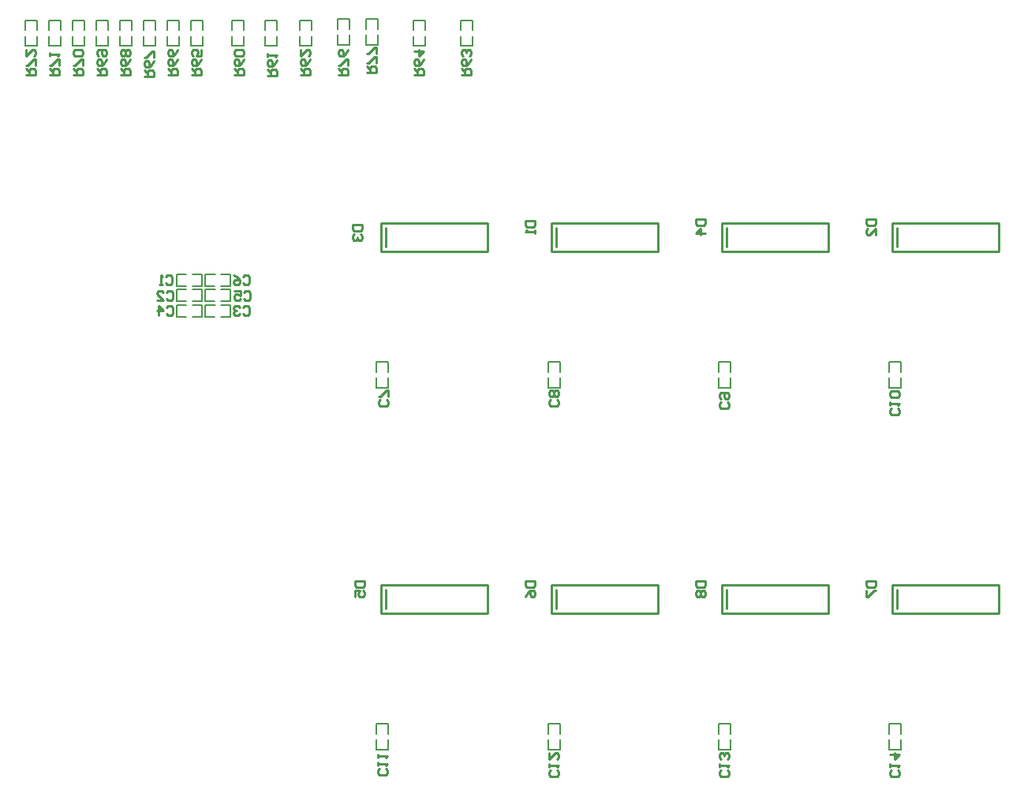
<source format=gbo>
G04*
G04 #@! TF.GenerationSoftware,Altium Limited,Altium Designer,22.3.1 (43)*
G04*
G04 Layer_Color=32896*
%FSLAX25Y25*%
%MOIN*%
G70*
G04*
G04 #@! TF.SameCoordinates,DE08D283-0CB9-458E-8042-9F6044BD937B*
G04*
G04*
G04 #@! TF.FilePolarity,Positive*
G04*
G01*
G75*
%ADD12C,0.01000*%
%ADD13C,0.00500*%
D12*
X263000Y257000D02*
X269000D01*
X224000D02*
X263000D01*
X226000Y247000D02*
Y255000D01*
X269000Y245000D02*
Y257000D01*
X224000Y245000D02*
X269000D01*
X224000Y250000D02*
Y256000D01*
Y245000D02*
Y250000D01*
Y256000D02*
Y257000D01*
X296000Y256000D02*
Y257000D01*
Y245000D02*
Y250000D01*
Y256000D01*
Y245000D02*
X341000D01*
Y257000D01*
X298000Y247000D02*
Y255000D01*
X296000Y257000D02*
X335000D01*
X341000D01*
X479000D02*
X485000D01*
X440000D02*
X479000D01*
X442000Y247000D02*
Y255000D01*
X485000Y245000D02*
Y257000D01*
X440000Y245000D02*
X485000D01*
X440000Y250000D02*
Y256000D01*
Y245000D02*
Y250000D01*
Y256000D02*
Y257000D01*
X368000Y256000D02*
Y257000D01*
Y245000D02*
Y250000D01*
Y256000D01*
Y245000D02*
X413000D01*
Y257000D01*
X370000Y247000D02*
Y255000D01*
X368000Y257000D02*
X407000D01*
X413000D01*
X263000Y104000D02*
X269000D01*
X224000D02*
X263000D01*
X226000Y94000D02*
Y102000D01*
X269000Y92000D02*
Y104000D01*
X224000Y92000D02*
X269000D01*
X224000Y97000D02*
Y103000D01*
Y92000D02*
Y97000D01*
Y103000D02*
Y104000D01*
X296000Y103000D02*
Y104000D01*
Y92000D02*
Y97000D01*
Y103000D01*
Y92000D02*
X341000D01*
Y104000D01*
X298000Y94000D02*
Y102000D01*
X296000Y104000D02*
X335000D01*
X341000D01*
X479000D02*
X485000D01*
X440000D02*
X479000D01*
X442000Y94000D02*
Y102000D01*
X485000Y92000D02*
Y104000D01*
X440000Y92000D02*
X485000D01*
X440000Y97000D02*
Y103000D01*
Y92000D02*
Y97000D01*
Y103000D02*
Y104000D01*
X368000Y103000D02*
Y104000D01*
Y92000D02*
Y97000D01*
Y103000D01*
Y92000D02*
X413000D01*
Y104000D01*
X370000Y94000D02*
Y102000D01*
X368000Y104000D02*
X407000D01*
X413000D01*
X218001Y320668D02*
X221999D01*
Y322668D01*
X221333Y323334D01*
X220000D01*
X219334Y322668D01*
Y320668D01*
Y322001D02*
X218001Y323334D01*
X221999Y324667D02*
Y327333D01*
X221333D01*
X218667Y324667D01*
X218001D01*
X221999Y328666D02*
Y331332D01*
X221333D01*
X218667Y328666D01*
X218001D01*
X206001Y319668D02*
X209999D01*
Y321668D01*
X209333Y322334D01*
X208000D01*
X207334Y321668D01*
Y319668D01*
Y321001D02*
X206001Y322334D01*
X209999Y323667D02*
Y326333D01*
X209333D01*
X206667Y323667D01*
X206001D01*
X209999Y330332D02*
X209333Y328999D01*
X208000Y327666D01*
X206667D01*
X206001Y328332D01*
Y329665D01*
X206667Y330332D01*
X207334D01*
X208000Y329665D01*
Y327666D01*
X190001Y319668D02*
X193999D01*
Y321668D01*
X193333Y322334D01*
X192000D01*
X191333Y321668D01*
Y319668D01*
Y321001D02*
X190001Y322334D01*
X193999Y326333D02*
X193333Y325000D01*
X192000Y323667D01*
X190667D01*
X190001Y324334D01*
Y325666D01*
X190667Y326333D01*
X191333D01*
X192000Y325666D01*
Y323667D01*
X190001Y330332D02*
Y327666D01*
X192666Y330332D01*
X193333D01*
X193999Y329665D01*
Y328332D01*
X193333Y327666D01*
X176001Y319335D02*
X179999D01*
Y321334D01*
X179333Y322001D01*
X178000D01*
X177333Y321334D01*
Y319335D01*
Y320668D02*
X176001Y322001D01*
X179999Y325999D02*
X179333Y324666D01*
X178000Y323334D01*
X176667D01*
X176001Y324000D01*
Y325333D01*
X176667Y325999D01*
X177333D01*
X178000Y325333D01*
Y323334D01*
X176001Y327332D02*
Y328665D01*
Y327999D01*
X179999D01*
X179333Y327332D01*
X162001Y319668D02*
X165999D01*
Y321668D01*
X165333Y322334D01*
X164000D01*
X163333Y321668D01*
Y319668D01*
Y321001D02*
X162001Y322334D01*
X165999Y326333D02*
X165333Y325000D01*
X164000Y323667D01*
X162667D01*
X162001Y324334D01*
Y325666D01*
X162667Y326333D01*
X163333D01*
X164000Y325666D01*
Y323667D01*
X165333Y327666D02*
X165999Y328332D01*
Y329665D01*
X165333Y330332D01*
X162667D01*
X162001Y329665D01*
Y328332D01*
X162667Y327666D01*
X165333D01*
X258001Y319668D02*
X261999D01*
Y321668D01*
X261333Y322334D01*
X260000D01*
X259333Y321668D01*
Y319668D01*
Y321001D02*
X258001Y322334D01*
X261999Y326333D02*
X261333Y325000D01*
X260000Y323667D01*
X258667D01*
X258001Y324334D01*
Y325666D01*
X258667Y326333D01*
X259333D01*
X260000Y325666D01*
Y323667D01*
X261333Y327666D02*
X261999Y328332D01*
Y329665D01*
X261333Y330332D01*
X260666D01*
X260000Y329665D01*
Y328999D01*
Y329665D01*
X259333Y330332D01*
X258667D01*
X258001Y329665D01*
Y328332D01*
X258667Y327666D01*
X74001Y319668D02*
X77999D01*
Y321668D01*
X77333Y322334D01*
X76000D01*
X75333Y321668D01*
Y319668D01*
Y321001D02*
X74001Y322334D01*
X77999Y323667D02*
Y326333D01*
X77333D01*
X74667Y323667D01*
X74001D01*
Y330332D02*
Y327666D01*
X76666Y330332D01*
X77333D01*
X77999Y329665D01*
Y328332D01*
X77333Y327666D01*
X84001Y319835D02*
X87999D01*
Y321834D01*
X87333Y322501D01*
X86000D01*
X85334Y321834D01*
Y319835D01*
Y321168D02*
X84001Y322501D01*
X87999Y323834D02*
Y326499D01*
X87333D01*
X84667Y323834D01*
X84001D01*
Y327832D02*
Y329165D01*
Y328499D01*
X87999D01*
X87333Y327832D01*
X94001Y319668D02*
X97999D01*
Y321668D01*
X97333Y322334D01*
X96000D01*
X95333Y321668D01*
Y319668D01*
Y321001D02*
X94001Y322334D01*
X97999Y323667D02*
Y326333D01*
X97333D01*
X94667Y323667D01*
X94001D01*
X97333Y327666D02*
X97999Y328332D01*
Y329665D01*
X97333Y330332D01*
X94667D01*
X94001Y329665D01*
Y328332D01*
X94667Y327666D01*
X97333D01*
X104001Y319668D02*
X107999D01*
Y321668D01*
X107333Y322334D01*
X106000D01*
X105333Y321668D01*
Y319668D01*
Y321001D02*
X104001Y322334D01*
X107999Y326333D02*
X107333Y325000D01*
X106000Y323667D01*
X104667D01*
X104001Y324334D01*
Y325666D01*
X104667Y326333D01*
X105333D01*
X106000Y325666D01*
Y323667D01*
X104667Y327666D02*
X104001Y328332D01*
Y329665D01*
X104667Y330332D01*
X107333D01*
X107999Y329665D01*
Y328332D01*
X107333Y327666D01*
X106667D01*
X106000Y328332D01*
Y330332D01*
X114001Y319668D02*
X117999D01*
Y321668D01*
X117333Y322334D01*
X116000D01*
X115333Y321668D01*
Y319668D01*
Y321001D02*
X114001Y322334D01*
X117999Y326333D02*
X117333Y325000D01*
X116000Y323667D01*
X114667D01*
X114001Y324334D01*
Y325666D01*
X114667Y326333D01*
X115333D01*
X116000Y325666D01*
Y323667D01*
X117333Y327666D02*
X117999Y328332D01*
Y329665D01*
X117333Y330332D01*
X116666D01*
X116000Y329665D01*
X115333Y330332D01*
X114667D01*
X114001Y329665D01*
Y328332D01*
X114667Y327666D01*
X115333D01*
X116000Y328332D01*
X116666Y327666D01*
X117333D01*
X116000Y328332D02*
Y329665D01*
X124001Y319168D02*
X127999D01*
Y321168D01*
X127333Y321834D01*
X126000D01*
X125333Y321168D01*
Y319168D01*
Y320501D02*
X124001Y321834D01*
X127999Y325833D02*
X127333Y324500D01*
X126000Y323167D01*
X124667D01*
X124001Y323834D01*
Y325166D01*
X124667Y325833D01*
X125333D01*
X126000Y325166D01*
Y323167D01*
X127999Y327166D02*
Y329832D01*
X127333D01*
X124667Y327166D01*
X124001D01*
X134001Y319668D02*
X137999D01*
Y321668D01*
X137333Y322334D01*
X136000D01*
X135334Y321668D01*
Y319668D01*
Y321001D02*
X134001Y322334D01*
X137999Y326333D02*
X137333Y325000D01*
X136000Y323667D01*
X134667D01*
X134001Y324334D01*
Y325666D01*
X134667Y326333D01*
X135334D01*
X136000Y325666D01*
Y323667D01*
X137999Y330332D02*
X137333Y328999D01*
X136000Y327666D01*
X134667D01*
X134001Y328332D01*
Y329665D01*
X134667Y330332D01*
X135334D01*
X136000Y329665D01*
Y327666D01*
X144001Y319668D02*
X147999D01*
Y321668D01*
X147333Y322334D01*
X146000D01*
X145334Y321668D01*
Y319668D01*
Y321001D02*
X144001Y322334D01*
X147999Y326333D02*
X147333Y325000D01*
X146000Y323667D01*
X144667D01*
X144001Y324334D01*
Y325666D01*
X144667Y326333D01*
X145334D01*
X146000Y325666D01*
Y323667D01*
X147999Y330332D02*
Y327666D01*
X146000D01*
X146667Y328999D01*
Y329665D01*
X146000Y330332D01*
X144667D01*
X144001Y329665D01*
Y328332D01*
X144667Y327666D01*
X442333Y25667D02*
X442999Y25001D01*
Y23668D01*
X442333Y23002D01*
X439667D01*
X439001Y23668D01*
Y25001D01*
X439667Y25667D01*
X439001Y27000D02*
Y28333D01*
Y27667D01*
X442999D01*
X442333Y27000D01*
X439001Y32332D02*
X442999D01*
X441000Y30333D01*
Y32998D01*
X370333Y25667D02*
X370999Y25001D01*
Y23668D01*
X370333Y23002D01*
X367667D01*
X367001Y23668D01*
Y25001D01*
X367667Y25667D01*
X367001Y27000D02*
Y28333D01*
Y27667D01*
X370999D01*
X370333Y27000D01*
Y30333D02*
X370999Y30999D01*
Y32332D01*
X370333Y32998D01*
X369666D01*
X369000Y32332D01*
Y31666D01*
Y32332D01*
X368334Y32998D01*
X367667D01*
X367001Y32332D01*
Y30999D01*
X367667Y30333D01*
X298333Y25667D02*
X298999Y25001D01*
Y23668D01*
X298333Y23002D01*
X295667D01*
X295001Y23668D01*
Y25001D01*
X295667Y25667D01*
X295001Y27000D02*
Y28333D01*
Y27667D01*
X298999D01*
X298333Y27000D01*
X295001Y32998D02*
Y30333D01*
X297666Y32998D01*
X298333D01*
X298999Y32332D01*
Y30999D01*
X298333Y30333D01*
X225833Y26509D02*
X226499Y25843D01*
Y24510D01*
X225833Y23843D01*
X223167D01*
X222501Y24510D01*
Y25843D01*
X223167Y26509D01*
X222501Y27842D02*
Y29175D01*
Y28508D01*
X226499D01*
X225833Y27842D01*
X222501Y31174D02*
Y32507D01*
Y31841D01*
X226499D01*
X225833Y31174D01*
X442333Y178667D02*
X442999Y178001D01*
Y176668D01*
X442333Y176002D01*
X439667D01*
X439001Y176668D01*
Y178001D01*
X439667Y178667D01*
X439001Y180000D02*
Y181333D01*
Y180667D01*
X442999D01*
X442333Y180000D01*
Y183333D02*
X442999Y183999D01*
Y185332D01*
X442333Y185998D01*
X439667D01*
X439001Y185332D01*
Y183999D01*
X439667Y183333D01*
X442333D01*
X370333Y181483D02*
X370999Y180817D01*
Y179484D01*
X370333Y178817D01*
X367667D01*
X367001Y179484D01*
Y180817D01*
X367667Y181483D01*
Y182816D02*
X367001Y183483D01*
Y184815D01*
X367667Y185482D01*
X370333D01*
X370999Y184815D01*
Y183483D01*
X370333Y182816D01*
X369666D01*
X369000Y183483D01*
Y185482D01*
X298333Y182334D02*
X298999Y181667D01*
Y180334D01*
X298333Y179668D01*
X295667D01*
X295001Y180334D01*
Y181667D01*
X295667Y182334D01*
X298333Y183667D02*
X298999Y184333D01*
Y185666D01*
X298333Y186332D01*
X297666D01*
X297000Y185666D01*
X296334Y186332D01*
X295667D01*
X295001Y185666D01*
Y184333D01*
X295667Y183667D01*
X296334D01*
X297000Y184333D01*
X297666Y183667D01*
X298333D01*
X297000Y184333D02*
Y185666D01*
X226333Y182334D02*
X226999Y181667D01*
Y180334D01*
X226333Y179668D01*
X223667D01*
X223001Y180334D01*
Y181667D01*
X223667Y182334D01*
X226999Y183667D02*
Y186332D01*
X226333D01*
X223667Y183667D01*
X223001D01*
X165666Y234333D02*
X166333Y234999D01*
X167666D01*
X168332Y234333D01*
Y231667D01*
X167666Y231001D01*
X166333D01*
X165666Y231667D01*
X161668Y234999D02*
X163001Y234333D01*
X164333Y233000D01*
Y231667D01*
X163667Y231001D01*
X162334D01*
X161668Y231667D01*
Y232334D01*
X162334Y233000D01*
X164333D01*
X165816Y227833D02*
X166482Y228499D01*
X167815D01*
X168482Y227833D01*
Y225167D01*
X167815Y224501D01*
X166482D01*
X165816Y225167D01*
X161817Y228499D02*
X164483D01*
Y226500D01*
X163150Y227166D01*
X162484D01*
X161817Y226500D01*
Y225167D01*
X162484Y224501D01*
X163817D01*
X164483Y225167D01*
X133167Y221333D02*
X133833Y221999D01*
X135166D01*
X135832Y221333D01*
Y218667D01*
X135166Y218001D01*
X133833D01*
X133167Y218667D01*
X129834Y218001D02*
Y221999D01*
X131834Y220000D01*
X129168D01*
X165666Y221333D02*
X166333Y221999D01*
X167666D01*
X168332Y221333D01*
Y218667D01*
X167666Y218001D01*
X166333D01*
X165666Y218667D01*
X164333Y221333D02*
X163667Y221999D01*
X162334D01*
X161668Y221333D01*
Y220666D01*
X162334Y220000D01*
X163001D01*
X162334D01*
X161668Y219334D01*
Y218667D01*
X162334Y218001D01*
X163667D01*
X164333Y218667D01*
X133167Y227833D02*
X133833Y228499D01*
X135166D01*
X135832Y227833D01*
Y225167D01*
X135166Y224501D01*
X133833D01*
X133167Y225167D01*
X129168Y224501D02*
X131834D01*
X129168Y227166D01*
Y227833D01*
X129834Y228499D01*
X131167D01*
X131834Y227833D01*
X133000Y234333D02*
X133667Y234999D01*
X134999D01*
X135666Y234333D01*
Y231667D01*
X134999Y231001D01*
X133667D01*
X133000Y231667D01*
X131667Y231001D02*
X130334D01*
X131001D01*
Y234999D01*
X131667Y234333D01*
X238001Y319668D02*
X241999D01*
Y321668D01*
X241333Y322334D01*
X240000D01*
X239334Y321668D01*
Y319668D01*
Y321001D02*
X238001Y322334D01*
X241999Y326333D02*
X241333Y325000D01*
X240000Y323667D01*
X238667D01*
X238001Y324334D01*
Y325666D01*
X238667Y326333D01*
X239334D01*
X240000Y325666D01*
Y323667D01*
X238001Y329665D02*
X241999D01*
X240000Y327666D01*
Y330332D01*
X356952Y105884D02*
X360950D01*
Y103884D01*
X360284Y103218D01*
X357618D01*
X356952Y103884D01*
Y105884D01*
X357618Y101885D02*
X356952Y101219D01*
Y99886D01*
X357618Y99219D01*
X358284D01*
X358951Y99886D01*
X359617Y99219D01*
X360284D01*
X360950Y99886D01*
Y101219D01*
X360284Y101885D01*
X359617D01*
X358951Y101219D01*
X358284Y101885D01*
X357618D01*
X358951Y101219D02*
Y99886D01*
X428952Y105884D02*
X432950D01*
Y103884D01*
X432284Y103218D01*
X429618D01*
X428952Y103884D01*
Y105884D01*
Y101885D02*
Y99219D01*
X429618D01*
X432284Y101885D01*
X432950D01*
X284952Y105884D02*
X288950D01*
Y103884D01*
X288284Y103218D01*
X285618D01*
X284952Y103884D01*
Y105884D01*
Y99219D02*
X285618Y100552D01*
X286951Y101885D01*
X288284D01*
X288950Y101219D01*
Y99886D01*
X288284Y99219D01*
X287617D01*
X286951Y99886D01*
Y101885D01*
X212952Y105884D02*
X216950D01*
Y103884D01*
X216284Y103218D01*
X213618D01*
X212952Y103884D01*
Y105884D01*
Y99219D02*
Y101885D01*
X214951D01*
X214284Y100552D01*
Y99886D01*
X214951Y99219D01*
X216284D01*
X216950Y99886D01*
Y101219D01*
X216284Y101885D01*
X356952Y258884D02*
X360950D01*
Y256885D01*
X360284Y256218D01*
X357618D01*
X356952Y256885D01*
Y258884D01*
X360950Y252886D02*
X356952D01*
X358951Y254885D01*
Y252219D01*
X428952Y258884D02*
X432950D01*
Y256885D01*
X432284Y256218D01*
X429618D01*
X428952Y256885D01*
Y258884D01*
X432950Y252219D02*
Y254885D01*
X430285Y252219D01*
X429618D01*
X428952Y252886D01*
Y254219D01*
X429618Y254885D01*
X284952Y258217D02*
X288950D01*
Y256218D01*
X288284Y255552D01*
X285618D01*
X284952Y256218D01*
Y258217D01*
X288950Y254219D02*
Y252886D01*
Y253552D01*
X284952D01*
X285618Y254219D01*
X212001Y256332D02*
X215999D01*
Y254333D01*
X215333Y253666D01*
X212667D01*
X212001Y254333D01*
Y256332D01*
X212667Y252333D02*
X212001Y251667D01*
Y250334D01*
X212667Y249668D01*
X213334D01*
X214000Y250334D01*
Y251001D01*
Y250334D01*
X214666Y249668D01*
X215333D01*
X215999Y250334D01*
Y251667D01*
X215333Y252333D01*
D13*
X262500Y338800D02*
Y342900D01*
X257500D02*
X262500D01*
X257500Y338800D02*
Y342900D01*
Y332100D02*
Y336300D01*
Y332100D02*
X262500D01*
Y336200D01*
X242500Y338800D02*
Y342900D01*
X237500D02*
X242500D01*
X237500Y338800D02*
Y342900D01*
Y332100D02*
Y336300D01*
Y332100D02*
X242500D01*
Y336200D01*
X210500Y332600D02*
Y336700D01*
X205500Y332600D02*
X210500D01*
X205500D02*
Y336800D01*
Y339300D02*
Y343400D01*
X210500D01*
Y339300D02*
Y343400D01*
X222500Y332600D02*
Y336700D01*
X217500Y332600D02*
X222500D01*
X217500D02*
Y336800D01*
Y339300D02*
Y343400D01*
X222500D01*
Y339300D02*
Y343400D01*
X166000Y332100D02*
Y336200D01*
X161000Y332100D02*
X166000D01*
X161000D02*
Y336300D01*
Y338800D02*
Y342900D01*
X166000D01*
Y338800D02*
Y342900D01*
X180000Y332100D02*
Y336200D01*
X175000Y332100D02*
X180000D01*
X175000D02*
Y336300D01*
Y338800D02*
Y342900D01*
X180000D01*
Y338800D02*
Y342900D01*
X194500Y332100D02*
Y336200D01*
X189500Y332100D02*
X194500D01*
X189500D02*
Y336300D01*
Y338800D02*
Y342900D01*
X194500D01*
Y338800D02*
Y342900D01*
X137600Y222500D02*
X141700D01*
X137600Y217500D02*
Y222500D01*
Y217500D02*
X141700D01*
X144200D02*
X148400D01*
Y222500D01*
X144300D02*
X148400D01*
X156300Y224000D02*
X160400D01*
Y229000D01*
X156300D02*
X160400D01*
X149600D02*
X153800D01*
X149600Y224000D02*
Y229000D01*
Y224000D02*
X153700D01*
X137600Y229000D02*
X141700D01*
X137600Y224000D02*
Y229000D01*
Y224000D02*
X141700D01*
X144200D02*
X148400D01*
Y229000D01*
X144300D02*
X148400D01*
X156300Y217500D02*
X160400D01*
Y222500D01*
X156300D02*
X160400D01*
X149600D02*
X153800D01*
X149600Y217500D02*
Y222500D01*
Y217500D02*
X153700D01*
X137600Y235500D02*
X141700D01*
X137600Y230500D02*
Y235500D01*
Y230500D02*
X141700D01*
X144200D02*
X148400D01*
Y235500D01*
X144300D02*
X148400D01*
X156300Y230500D02*
X160400D01*
Y235500D01*
X156300D02*
X160400D01*
X149600D02*
X153800D01*
X149600Y230500D02*
Y235500D01*
Y230500D02*
X153700D01*
X118500Y332100D02*
Y336200D01*
X113500Y332100D02*
X118500D01*
X113500D02*
Y336300D01*
Y338800D02*
Y342900D01*
X118500D01*
Y338800D02*
Y342900D01*
X88500Y332100D02*
Y336200D01*
X83500Y332100D02*
X88500D01*
X83500D02*
Y336300D01*
Y338800D02*
Y342900D01*
X88500D01*
Y338800D02*
Y342900D01*
X78500Y332100D02*
Y336200D01*
X73500Y332100D02*
X78500D01*
X73500D02*
Y336300D01*
Y338800D02*
Y342900D01*
X78500D01*
Y338800D02*
Y342900D01*
X98500Y332100D02*
Y336200D01*
X93500Y332100D02*
X98500D01*
X93500D02*
Y336300D01*
Y338800D02*
Y342900D01*
X98500D01*
Y338800D02*
Y342900D01*
X108500Y332100D02*
Y336200D01*
X103500Y332100D02*
X108500D01*
X103500D02*
Y336300D01*
Y338800D02*
Y342900D01*
X108500D01*
Y338800D02*
Y342900D01*
X128500Y332100D02*
Y336200D01*
X123500Y332100D02*
X128500D01*
X123500D02*
Y336300D01*
Y338800D02*
Y342900D01*
X128500D01*
Y338800D02*
Y342900D01*
X138500Y332100D02*
Y336200D01*
X133500Y332100D02*
X138500D01*
X133500D02*
Y336300D01*
Y338800D02*
Y342900D01*
X138500D01*
Y338800D02*
Y342900D01*
X148500Y332100D02*
Y336200D01*
X143500Y332100D02*
X148500D01*
X143500D02*
Y336300D01*
Y338800D02*
Y342900D01*
X148500D01*
Y338800D02*
Y342900D01*
X227000Y187600D02*
Y191700D01*
X222000Y187600D02*
X227000D01*
X222000D02*
Y191800D01*
Y194300D02*
Y198400D01*
X227000D01*
Y194300D02*
Y198400D01*
X299500Y187600D02*
Y191700D01*
X294500Y187600D02*
X299500D01*
X294500D02*
Y191800D01*
Y194300D02*
Y198400D01*
X299500D01*
Y194300D02*
Y198400D01*
X371500Y187600D02*
Y191700D01*
X366500Y187600D02*
X371500D01*
X366500D02*
Y191800D01*
Y194300D02*
Y198400D01*
X371500D01*
Y194300D02*
Y198400D01*
X443500Y187600D02*
Y191700D01*
X438500Y187600D02*
X443500D01*
X438500D02*
Y191800D01*
Y194300D02*
Y198400D01*
X443500D01*
Y194300D02*
Y198400D01*
X371500Y34600D02*
Y38700D01*
X366500Y34600D02*
X371500D01*
X366500D02*
Y38800D01*
Y41300D02*
Y45400D01*
X371500D01*
Y41300D02*
Y45400D01*
X227000Y34600D02*
Y38700D01*
X222000Y34600D02*
X227000D01*
X222000D02*
Y38800D01*
Y41300D02*
Y45400D01*
X227000D01*
Y41300D02*
Y45400D01*
X299500Y34600D02*
Y38700D01*
X294500Y34600D02*
X299500D01*
X294500D02*
Y38800D01*
Y41300D02*
Y45400D01*
X299500D01*
Y41300D02*
Y45400D01*
X443500Y34600D02*
Y38700D01*
X438500Y34600D02*
X443500D01*
X438500D02*
Y38800D01*
Y41300D02*
Y45400D01*
X443500D01*
Y41300D02*
Y45400D01*
M02*

</source>
